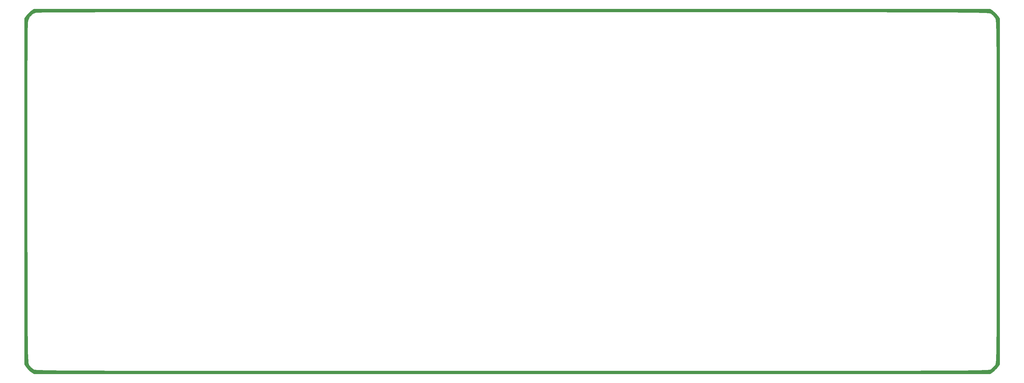
<source format=gbl>
G04 #@! TF.GenerationSoftware,KiCad,Pcbnew,5.1.7*
G04 #@! TF.CreationDate,2020-11-06T09:12:15-05:00*
G04 #@! TF.ProjectId,unix60plate,756e6978-3630-4706-9c61-74652e6b6963,rev?*
G04 #@! TF.SameCoordinates,Original*
G04 #@! TF.FileFunction,Copper,L2,Bot*
G04 #@! TF.FilePolarity,Positive*
%FSLAX46Y46*%
G04 Gerber Fmt 4.6, Leading zero omitted, Abs format (unit mm)*
G04 Created by KiCad (PCBNEW 5.1.7) date 2020-11-06 09:12:15*
%MOMM*%
%LPD*%
G01*
G04 APERTURE LIST*
G04 #@! TA.AperFunction,EtchedComponent*
%ADD10C,0.010000*%
G04 #@! TD*
G04 APERTURE END LIST*
D10*
G04 #@! TO.C,G\u002A\u002A\u002A*
G36*
X300322805Y-149417141D02*
G01*
X301093372Y-148766417D01*
X301770492Y-147990078D01*
X301817141Y-147922805D01*
X302418749Y-147030078D01*
X302418750Y-92868749D01*
X302418750Y-38707421D01*
X301817141Y-37814694D01*
X301166417Y-37044127D01*
X300390078Y-36367007D01*
X300322805Y-36320358D01*
X299430078Y-35718749D01*
X150018750Y-35718749D01*
X607421Y-35718750D01*
X-285306Y-36320358D01*
X-1055873Y-36971082D01*
X-1732993Y-37747421D01*
X-1779642Y-37814694D01*
X-2381250Y-38707421D01*
X-2381250Y-73308265D01*
X-1537722Y-73308265D01*
X-1535547Y-67628227D01*
X-1529991Y-62464811D01*
X-1521059Y-57819258D01*
X-1508756Y-53692810D01*
X-1493085Y-50086707D01*
X-1474052Y-47002189D01*
X-1451662Y-44440499D01*
X-1425918Y-42402876D01*
X-1396825Y-40890562D01*
X-1364389Y-39904796D01*
X-1328613Y-39446822D01*
X-1324819Y-39429981D01*
X-781000Y-38281390D01*
X103047Y-37350507D01*
X1162966Y-36798056D01*
X1481125Y-36782198D01*
X2317081Y-36766883D01*
X3659466Y-36752128D01*
X5496912Y-36737946D01*
X7818051Y-36724354D01*
X10611512Y-36711365D01*
X13865929Y-36698995D01*
X17569932Y-36687259D01*
X21712152Y-36676172D01*
X26281222Y-36665748D01*
X31265772Y-36656002D01*
X36654435Y-36646951D01*
X42435840Y-36638607D01*
X48598621Y-36630987D01*
X55131408Y-36624105D01*
X62022832Y-36617976D01*
X69261526Y-36612616D01*
X76836120Y-36608038D01*
X84735246Y-36604259D01*
X92947536Y-36601292D01*
X101461620Y-36599153D01*
X110266130Y-36597857D01*
X119349698Y-36597419D01*
X128700955Y-36597853D01*
X138308533Y-36599175D01*
X148161062Y-36601399D01*
X150415625Y-36602027D01*
X161011506Y-36605109D01*
X171091181Y-36608130D01*
X180667613Y-36611136D01*
X189753762Y-36614176D01*
X198362590Y-36617295D01*
X206507057Y-36620541D01*
X214200126Y-36623961D01*
X221454758Y-36627602D01*
X228283913Y-36631511D01*
X234700554Y-36635735D01*
X240717641Y-36640321D01*
X246348136Y-36645316D01*
X251605000Y-36650767D01*
X256501194Y-36656721D01*
X261049680Y-36663226D01*
X265263420Y-36670328D01*
X269155374Y-36678074D01*
X272738503Y-36686511D01*
X276025770Y-36695687D01*
X279030135Y-36705648D01*
X281764560Y-36716442D01*
X284242006Y-36728115D01*
X286475434Y-36740715D01*
X288477806Y-36754288D01*
X290262083Y-36768881D01*
X291841226Y-36784543D01*
X293228197Y-36801319D01*
X294435956Y-36819256D01*
X295477466Y-36838403D01*
X296365688Y-36858805D01*
X297113582Y-36880509D01*
X297734111Y-36903564D01*
X298240235Y-36928016D01*
X298644916Y-36953911D01*
X298961115Y-36981298D01*
X299201794Y-37010222D01*
X299379913Y-37040731D01*
X299508435Y-37072873D01*
X299600320Y-37106693D01*
X299668529Y-37142240D01*
X299670908Y-37143674D01*
X300401272Y-37739913D01*
X300993825Y-38466591D01*
X301052157Y-38574655D01*
X301105759Y-38712640D01*
X301154831Y-38902328D01*
X301199573Y-39165506D01*
X301240185Y-39523957D01*
X301276865Y-39999466D01*
X301309815Y-40613819D01*
X301339234Y-41388799D01*
X301365321Y-42346192D01*
X301388277Y-43507783D01*
X301408300Y-44895355D01*
X301425592Y-46530694D01*
X301440352Y-48435584D01*
X301452778Y-50631811D01*
X301463072Y-53141159D01*
X301471434Y-55985412D01*
X301478061Y-59186355D01*
X301483156Y-62765774D01*
X301486917Y-66745452D01*
X301489543Y-71147175D01*
X301491236Y-75992727D01*
X301492195Y-81303893D01*
X301492618Y-87102458D01*
X301492708Y-92868750D01*
X301492599Y-99133565D01*
X301492138Y-104890998D01*
X301491127Y-110162834D01*
X301489364Y-114970858D01*
X301486651Y-119336854D01*
X301482788Y-123282606D01*
X301477574Y-126829901D01*
X301470811Y-130000522D01*
X301462297Y-132816254D01*
X301451834Y-135298882D01*
X301439222Y-137470190D01*
X301424261Y-139351964D01*
X301406751Y-140965988D01*
X301386492Y-142334046D01*
X301363285Y-143477924D01*
X301336930Y-144419407D01*
X301307227Y-145180278D01*
X301273976Y-145782323D01*
X301236978Y-146247326D01*
X301196033Y-146597072D01*
X301150940Y-146853346D01*
X301101501Y-147037933D01*
X301047515Y-147172617D01*
X300993825Y-147270908D01*
X300397586Y-148001272D01*
X299670908Y-148593825D01*
X299603526Y-148629391D01*
X299513152Y-148663227D01*
X299386840Y-148695374D01*
X299211648Y-148725878D01*
X298974630Y-148754779D01*
X298662843Y-148782123D01*
X298263344Y-148807951D01*
X297763187Y-148832307D01*
X297149428Y-148855234D01*
X296409124Y-148876776D01*
X295529331Y-148896975D01*
X294497104Y-148915875D01*
X293299499Y-148933519D01*
X291923573Y-148949949D01*
X290356380Y-148965210D01*
X288584978Y-148979343D01*
X286596422Y-148992393D01*
X284377768Y-149004403D01*
X281916071Y-149015415D01*
X279198388Y-149025473D01*
X276211775Y-149034620D01*
X272943287Y-149042899D01*
X269379981Y-149050354D01*
X265508913Y-149057027D01*
X261317137Y-149062961D01*
X256791711Y-149068200D01*
X251919690Y-149072787D01*
X246688130Y-149076765D01*
X241084087Y-149080177D01*
X235094617Y-149083067D01*
X228706776Y-149085477D01*
X221907619Y-149087450D01*
X214684203Y-149089031D01*
X207023584Y-149090261D01*
X198912817Y-149091184D01*
X190338959Y-149091844D01*
X181289065Y-149092283D01*
X171750191Y-149092544D01*
X161709393Y-149092672D01*
X151153728Y-149092708D01*
X150018750Y-149092708D01*
X139408453Y-149092679D01*
X129314378Y-149092563D01*
X119723583Y-149092318D01*
X110623121Y-149091900D01*
X102000050Y-149091265D01*
X93841426Y-149090371D01*
X86134303Y-149089175D01*
X78865739Y-149087633D01*
X72022788Y-149085703D01*
X65592508Y-149083341D01*
X59561953Y-149080503D01*
X53918180Y-149077148D01*
X48648244Y-149073231D01*
X43739203Y-149068710D01*
X39178110Y-149063541D01*
X34952024Y-149057682D01*
X31047998Y-149051088D01*
X27453090Y-149043717D01*
X24154355Y-149035527D01*
X21138849Y-149026472D01*
X18393628Y-149016512D01*
X15905748Y-149005601D01*
X13662264Y-148993698D01*
X11650234Y-148980759D01*
X9856712Y-148966741D01*
X8268755Y-148951600D01*
X6873418Y-148935294D01*
X5657758Y-148917780D01*
X4608830Y-148899013D01*
X3713690Y-148878952D01*
X2959395Y-148857553D01*
X2332999Y-148834773D01*
X1821560Y-148810568D01*
X1412132Y-148784896D01*
X1091772Y-148757713D01*
X847536Y-148728977D01*
X666480Y-148698643D01*
X535659Y-148666670D01*
X442130Y-148633013D01*
X372948Y-148597630D01*
X366591Y-148593825D01*
X-363773Y-147997586D01*
X-956326Y-147270908D01*
X-1014975Y-147161929D01*
X-1068895Y-147022203D01*
X-1118317Y-146829828D01*
X-1163471Y-146562904D01*
X-1204588Y-146199526D01*
X-1241900Y-145717792D01*
X-1275637Y-145095801D01*
X-1306030Y-144311650D01*
X-1333310Y-143343436D01*
X-1357708Y-142169258D01*
X-1379455Y-140767212D01*
X-1398782Y-139115397D01*
X-1415919Y-137191910D01*
X-1431098Y-134974848D01*
X-1444550Y-132442310D01*
X-1456505Y-129572393D01*
X-1467195Y-126343195D01*
X-1476850Y-122732813D01*
X-1485701Y-118719346D01*
X-1493979Y-114280889D01*
X-1501916Y-109395542D01*
X-1509741Y-104041403D01*
X-1517687Y-98196567D01*
X-1523918Y-93435708D01*
X-1531912Y-86213247D01*
X-1536512Y-79503686D01*
X-1537722Y-73308265D01*
X-2381250Y-73308265D01*
X-2381250Y-147030078D01*
X-1779642Y-147922805D01*
X-1128918Y-148693372D01*
X-352579Y-149370492D01*
X-285306Y-149417141D01*
X607421Y-150018749D01*
X299430078Y-150018749D01*
X300322805Y-149417141D01*
G37*
X300322805Y-149417141D02*
X301093372Y-148766417D01*
X301770492Y-147990078D01*
X301817141Y-147922805D01*
X302418749Y-147030078D01*
X302418750Y-92868749D01*
X302418750Y-38707421D01*
X301817141Y-37814694D01*
X301166417Y-37044127D01*
X300390078Y-36367007D01*
X300322805Y-36320358D01*
X299430078Y-35718749D01*
X150018750Y-35718749D01*
X607421Y-35718750D01*
X-285306Y-36320358D01*
X-1055873Y-36971082D01*
X-1732993Y-37747421D01*
X-1779642Y-37814694D01*
X-2381250Y-38707421D01*
X-2381250Y-73308265D01*
X-1537722Y-73308265D01*
X-1535547Y-67628227D01*
X-1529991Y-62464811D01*
X-1521059Y-57819258D01*
X-1508756Y-53692810D01*
X-1493085Y-50086707D01*
X-1474052Y-47002189D01*
X-1451662Y-44440499D01*
X-1425918Y-42402876D01*
X-1396825Y-40890562D01*
X-1364389Y-39904796D01*
X-1328613Y-39446822D01*
X-1324819Y-39429981D01*
X-781000Y-38281390D01*
X103047Y-37350507D01*
X1162966Y-36798056D01*
X1481125Y-36782198D01*
X2317081Y-36766883D01*
X3659466Y-36752128D01*
X5496912Y-36737946D01*
X7818051Y-36724354D01*
X10611512Y-36711365D01*
X13865929Y-36698995D01*
X17569932Y-36687259D01*
X21712152Y-36676172D01*
X26281222Y-36665748D01*
X31265772Y-36656002D01*
X36654435Y-36646951D01*
X42435840Y-36638607D01*
X48598621Y-36630987D01*
X55131408Y-36624105D01*
X62022832Y-36617976D01*
X69261526Y-36612616D01*
X76836120Y-36608038D01*
X84735246Y-36604259D01*
X92947536Y-36601292D01*
X101461620Y-36599153D01*
X110266130Y-36597857D01*
X119349698Y-36597419D01*
X128700955Y-36597853D01*
X138308533Y-36599175D01*
X148161062Y-36601399D01*
X150415625Y-36602027D01*
X161011506Y-36605109D01*
X171091181Y-36608130D01*
X180667613Y-36611136D01*
X189753762Y-36614176D01*
X198362590Y-36617295D01*
X206507057Y-36620541D01*
X214200126Y-36623961D01*
X221454758Y-36627602D01*
X228283913Y-36631511D01*
X234700554Y-36635735D01*
X240717641Y-36640321D01*
X246348136Y-36645316D01*
X251605000Y-36650767D01*
X256501194Y-36656721D01*
X261049680Y-36663226D01*
X265263420Y-36670328D01*
X269155374Y-36678074D01*
X272738503Y-36686511D01*
X276025770Y-36695687D01*
X279030135Y-36705648D01*
X281764560Y-36716442D01*
X284242006Y-36728115D01*
X286475434Y-36740715D01*
X288477806Y-36754288D01*
X290262083Y-36768881D01*
X291841226Y-36784543D01*
X293228197Y-36801319D01*
X294435956Y-36819256D01*
X295477466Y-36838403D01*
X296365688Y-36858805D01*
X297113582Y-36880509D01*
X297734111Y-36903564D01*
X298240235Y-36928016D01*
X298644916Y-36953911D01*
X298961115Y-36981298D01*
X299201794Y-37010222D01*
X299379913Y-37040731D01*
X299508435Y-37072873D01*
X299600320Y-37106693D01*
X299668529Y-37142240D01*
X299670908Y-37143674D01*
X300401272Y-37739913D01*
X300993825Y-38466591D01*
X301052157Y-38574655D01*
X301105759Y-38712640D01*
X301154831Y-38902328D01*
X301199573Y-39165506D01*
X301240185Y-39523957D01*
X301276865Y-39999466D01*
X301309815Y-40613819D01*
X301339234Y-41388799D01*
X301365321Y-42346192D01*
X301388277Y-43507783D01*
X301408300Y-44895355D01*
X301425592Y-46530694D01*
X301440352Y-48435584D01*
X301452778Y-50631811D01*
X301463072Y-53141159D01*
X301471434Y-55985412D01*
X301478061Y-59186355D01*
X301483156Y-62765774D01*
X301486917Y-66745452D01*
X301489543Y-71147175D01*
X301491236Y-75992727D01*
X301492195Y-81303893D01*
X301492618Y-87102458D01*
X301492708Y-92868750D01*
X301492599Y-99133565D01*
X301492138Y-104890998D01*
X301491127Y-110162834D01*
X301489364Y-114970858D01*
X301486651Y-119336854D01*
X301482788Y-123282606D01*
X301477574Y-126829901D01*
X301470811Y-130000522D01*
X301462297Y-132816254D01*
X301451834Y-135298882D01*
X301439222Y-137470190D01*
X301424261Y-139351964D01*
X301406751Y-140965988D01*
X301386492Y-142334046D01*
X301363285Y-143477924D01*
X301336930Y-144419407D01*
X301307227Y-145180278D01*
X301273976Y-145782323D01*
X301236978Y-146247326D01*
X301196033Y-146597072D01*
X301150940Y-146853346D01*
X301101501Y-147037933D01*
X301047515Y-147172617D01*
X300993825Y-147270908D01*
X300397586Y-148001272D01*
X299670908Y-148593825D01*
X299603526Y-148629391D01*
X299513152Y-148663227D01*
X299386840Y-148695374D01*
X299211648Y-148725878D01*
X298974630Y-148754779D01*
X298662843Y-148782123D01*
X298263344Y-148807951D01*
X297763187Y-148832307D01*
X297149428Y-148855234D01*
X296409124Y-148876776D01*
X295529331Y-148896975D01*
X294497104Y-148915875D01*
X293299499Y-148933519D01*
X291923573Y-148949949D01*
X290356380Y-148965210D01*
X288584978Y-148979343D01*
X286596422Y-148992393D01*
X284377768Y-149004403D01*
X281916071Y-149015415D01*
X279198388Y-149025473D01*
X276211775Y-149034620D01*
X272943287Y-149042899D01*
X269379981Y-149050354D01*
X265508913Y-149057027D01*
X261317137Y-149062961D01*
X256791711Y-149068200D01*
X251919690Y-149072787D01*
X246688130Y-149076765D01*
X241084087Y-149080177D01*
X235094617Y-149083067D01*
X228706776Y-149085477D01*
X221907619Y-149087450D01*
X214684203Y-149089031D01*
X207023584Y-149090261D01*
X198912817Y-149091184D01*
X190338959Y-149091844D01*
X181289065Y-149092283D01*
X171750191Y-149092544D01*
X161709393Y-149092672D01*
X151153728Y-149092708D01*
X150018750Y-149092708D01*
X139408453Y-149092679D01*
X129314378Y-149092563D01*
X119723583Y-149092318D01*
X110623121Y-149091900D01*
X102000050Y-149091265D01*
X93841426Y-149090371D01*
X86134303Y-149089175D01*
X78865739Y-149087633D01*
X72022788Y-149085703D01*
X65592508Y-149083341D01*
X59561953Y-149080503D01*
X53918180Y-149077148D01*
X48648244Y-149073231D01*
X43739203Y-149068710D01*
X39178110Y-149063541D01*
X34952024Y-149057682D01*
X31047998Y-149051088D01*
X27453090Y-149043717D01*
X24154355Y-149035527D01*
X21138849Y-149026472D01*
X18393628Y-149016512D01*
X15905748Y-149005601D01*
X13662264Y-148993698D01*
X11650234Y-148980759D01*
X9856712Y-148966741D01*
X8268755Y-148951600D01*
X6873418Y-148935294D01*
X5657758Y-148917780D01*
X4608830Y-148899013D01*
X3713690Y-148878952D01*
X2959395Y-148857553D01*
X2332999Y-148834773D01*
X1821560Y-148810568D01*
X1412132Y-148784896D01*
X1091772Y-148757713D01*
X847536Y-148728977D01*
X666480Y-148698643D01*
X535659Y-148666670D01*
X442130Y-148633013D01*
X372948Y-148597630D01*
X366591Y-148593825D01*
X-363773Y-147997586D01*
X-956326Y-147270908D01*
X-1014975Y-147161929D01*
X-1068895Y-147022203D01*
X-1118317Y-146829828D01*
X-1163471Y-146562904D01*
X-1204588Y-146199526D01*
X-1241900Y-145717792D01*
X-1275637Y-145095801D01*
X-1306030Y-144311650D01*
X-1333310Y-143343436D01*
X-1357708Y-142169258D01*
X-1379455Y-140767212D01*
X-1398782Y-139115397D01*
X-1415919Y-137191910D01*
X-1431098Y-134974848D01*
X-1444550Y-132442310D01*
X-1456505Y-129572393D01*
X-1467195Y-126343195D01*
X-1476850Y-122732813D01*
X-1485701Y-118719346D01*
X-1493979Y-114280889D01*
X-1501916Y-109395542D01*
X-1509741Y-104041403D01*
X-1517687Y-98196567D01*
X-1523918Y-93435708D01*
X-1531912Y-86213247D01*
X-1536512Y-79503686D01*
X-1537722Y-73308265D01*
X-2381250Y-73308265D01*
X-2381250Y-147030078D01*
X-1779642Y-147922805D01*
X-1128918Y-148693372D01*
X-352579Y-149370492D01*
X-285306Y-149417141D01*
X607421Y-150018749D01*
X299430078Y-150018749D01*
X300322805Y-149417141D01*
G04 #@! TD*
M02*

</source>
